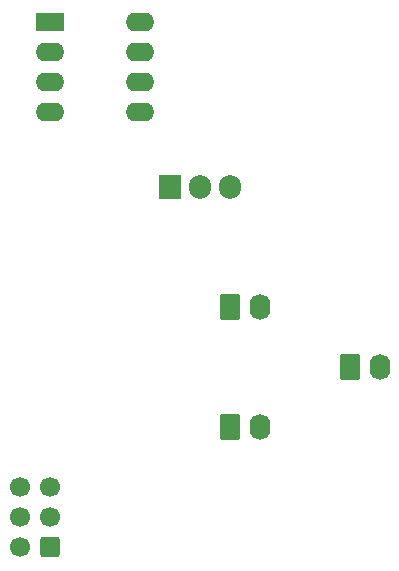
<source format=gbs>
G04 #@! TF.GenerationSoftware,KiCad,Pcbnew,7.0.10*
G04 #@! TF.CreationDate,2024-03-26T17:49:21-05:00*
G04 #@! TF.ProjectId,key,6b65792e-6b69-4636-9164-5f7063625858,rev?*
G04 #@! TF.SameCoordinates,Original*
G04 #@! TF.FileFunction,Soldermask,Bot*
G04 #@! TF.FilePolarity,Negative*
%FSLAX46Y46*%
G04 Gerber Fmt 4.6, Leading zero omitted, Abs format (unit mm)*
G04 Created by KiCad (PCBNEW 7.0.10) date 2024-03-26 17:49:21*
%MOMM*%
%LPD*%
G01*
G04 APERTURE LIST*
G04 Aperture macros list*
%AMRoundRect*
0 Rectangle with rounded corners*
0 $1 Rounding radius*
0 $2 $3 $4 $5 $6 $7 $8 $9 X,Y pos of 4 corners*
0 Add a 4 corners polygon primitive as box body*
4,1,4,$2,$3,$4,$5,$6,$7,$8,$9,$2,$3,0*
0 Add four circle primitives for the rounded corners*
1,1,$1+$1,$2,$3*
1,1,$1+$1,$4,$5*
1,1,$1+$1,$6,$7*
1,1,$1+$1,$8,$9*
0 Add four rect primitives between the rounded corners*
20,1,$1+$1,$2,$3,$4,$5,0*
20,1,$1+$1,$4,$5,$6,$7,0*
20,1,$1+$1,$6,$7,$8,$9,0*
20,1,$1+$1,$8,$9,$2,$3,0*%
G04 Aperture macros list end*
%ADD10RoundRect,0.250000X-0.620000X-0.845000X0.620000X-0.845000X0.620000X0.845000X-0.620000X0.845000X0*%
%ADD11O,1.740000X2.190000*%
%ADD12R,1.905000X2.000000*%
%ADD13O,1.905000X2.000000*%
%ADD14RoundRect,0.250000X0.600000X0.600000X-0.600000X0.600000X-0.600000X-0.600000X0.600000X-0.600000X0*%
%ADD15C,1.700000*%
%ADD16R,2.400000X1.600000*%
%ADD17O,2.400000X1.600000*%
G04 APERTURE END LIST*
D10*
G04 #@! TO.C,J1*
X144780000Y-78740000D03*
D11*
X147320000Y-78740000D03*
G04 #@! TD*
D10*
G04 #@! TO.C,J2*
X144780000Y-68580000D03*
D11*
X147320000Y-68580000D03*
G04 #@! TD*
D12*
G04 #@! TO.C,Q1*
X139700000Y-58420000D03*
D13*
X142240000Y-58420000D03*
X144780000Y-58420000D03*
G04 #@! TD*
D14*
G04 #@! TO.C,J4*
X129540000Y-88900000D03*
D15*
X127000000Y-88900000D03*
X129540000Y-86360000D03*
X127000000Y-86360000D03*
X129540000Y-83820000D03*
X127000000Y-83820000D03*
G04 #@! TD*
D10*
G04 #@! TO.C,J3*
X154940000Y-73660000D03*
D11*
X157480000Y-73660000D03*
G04 #@! TD*
D16*
G04 #@! TO.C,U2*
X129540000Y-44460000D03*
D17*
X129540000Y-47000000D03*
X129540000Y-49540000D03*
X129540000Y-52080000D03*
X137160000Y-52080000D03*
X137160000Y-49540000D03*
X137160000Y-47000000D03*
X137160000Y-44460000D03*
G04 #@! TD*
M02*

</source>
